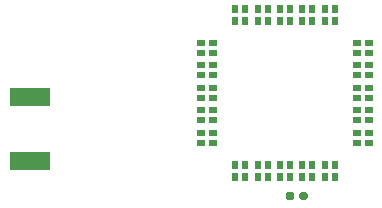
<source format=gbp>
G04 #@! TF.GenerationSoftware,KiCad,Pcbnew,5.1.10-88a1d61d58~90~ubuntu20.04.1*
G04 #@! TF.CreationDate,2021-10-18T20:01:28+01:00*
G04 #@! TF.ProjectId,GPS Hardware,47505320-4861-4726-9477-6172652e6b69,rev?*
G04 #@! TF.SameCoordinates,Original*
G04 #@! TF.FileFunction,Paste,Bot*
G04 #@! TF.FilePolarity,Positive*
%FSLAX46Y46*%
G04 Gerber Fmt 4.6, Leading zero omitted, Abs format (unit mm)*
G04 Created by KiCad (PCBNEW 5.1.10-88a1d61d58~90~ubuntu20.04.1) date 2021-10-18 20:01:28*
%MOMM*%
%LPD*%
G01*
G04 APERTURE LIST*
%ADD10R,0.580000X0.720000*%
%ADD11R,0.720000X0.580000*%
%ADD12R,3.500000X1.500000*%
G04 APERTURE END LIST*
D10*
X120805000Y-77360000D03*
X121655000Y-77360000D03*
X120805000Y-76360000D03*
X121655000Y-76360000D03*
X122705000Y-77360000D03*
X123555000Y-77360000D03*
X122705000Y-76360000D03*
X123555000Y-76360000D03*
X124605000Y-77360000D03*
X125455000Y-77360000D03*
X124605000Y-76360000D03*
X125455000Y-76360000D03*
X127355000Y-77360000D03*
X126505000Y-77360000D03*
X127355000Y-76360000D03*
X126505000Y-76360000D03*
X128405000Y-77360000D03*
X129255000Y-77360000D03*
X128405000Y-76360000D03*
X129255000Y-76360000D03*
X120805000Y-89560000D03*
X123555000Y-89560000D03*
X120805000Y-90560000D03*
X123555000Y-90560000D03*
X122705000Y-89560000D03*
X121655000Y-89560000D03*
X122705000Y-90560000D03*
X121655000Y-90560000D03*
X124605000Y-89560000D03*
X125455000Y-89560000D03*
X124605000Y-90560000D03*
X125455000Y-90560000D03*
X126505000Y-89560000D03*
X127355000Y-89560000D03*
X126505000Y-90560000D03*
X127355000Y-90560000D03*
X128405000Y-89560000D03*
X129255000Y-89560000D03*
X128405000Y-90560000D03*
X129255000Y-90560000D03*
D11*
X117930000Y-87685000D03*
X117930000Y-86835000D03*
X118930000Y-87685000D03*
X118930000Y-86835000D03*
X117930000Y-85785000D03*
X118930000Y-85785000D03*
X117930000Y-84935000D03*
X118930000Y-84935000D03*
X117930000Y-83885000D03*
X118930000Y-83885000D03*
X117930000Y-83035000D03*
X118930000Y-83035000D03*
X117930000Y-81985000D03*
X118930000Y-81985000D03*
X117930000Y-81135000D03*
X118930000Y-81135000D03*
X117930000Y-80085000D03*
X118930000Y-80085000D03*
X117930000Y-79235000D03*
X118930000Y-79235000D03*
X131130000Y-87685000D03*
X132130000Y-87685000D03*
X131130000Y-86835000D03*
X132130000Y-86835000D03*
X131130000Y-85785000D03*
X132130000Y-85785000D03*
X131130000Y-84935000D03*
X132130000Y-84935000D03*
X131130000Y-83885000D03*
X132130000Y-83885000D03*
X131130000Y-83035000D03*
X132130000Y-83035000D03*
X131130000Y-81985000D03*
X132130000Y-81985000D03*
X131130000Y-81135000D03*
X132130000Y-81135000D03*
X131130000Y-80085000D03*
X132130000Y-80085000D03*
X131130000Y-79235000D03*
X132130000Y-79235000D03*
G36*
G01*
X125812500Y-92035000D02*
X125812500Y-92345000D01*
G75*
G02*
X125657500Y-92500000I-155000J0D01*
G01*
X125232500Y-92500000D01*
G75*
G02*
X125077500Y-92345000I0J155000D01*
G01*
X125077500Y-92035000D01*
G75*
G02*
X125232500Y-91880000I155000J0D01*
G01*
X125657500Y-91880000D01*
G75*
G02*
X125812500Y-92035000I0J-155000D01*
G01*
G37*
G36*
G01*
X126947500Y-92035000D02*
X126947500Y-92345000D01*
G75*
G02*
X126792500Y-92500000I-155000J0D01*
G01*
X126367500Y-92500000D01*
G75*
G02*
X126212500Y-92345000I0J155000D01*
G01*
X126212500Y-92035000D01*
G75*
G02*
X126367500Y-91880000I155000J0D01*
G01*
X126792500Y-91880000D01*
G75*
G02*
X126947500Y-92035000I0J-155000D01*
G01*
G37*
D12*
X103420000Y-83820000D03*
X103420000Y-89220000D03*
M02*

</source>
